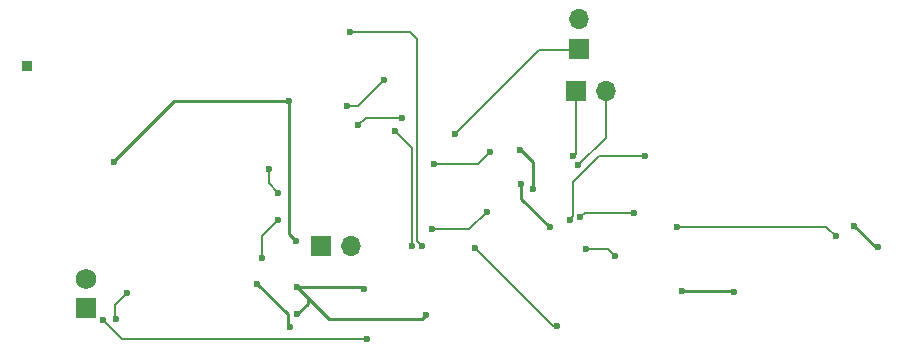
<source format=gbr>
G04 #@! TF.FileFunction,Copper,L2,Bot,Signal*
%FSLAX46Y46*%
G04 Gerber Fmt 4.6, Leading zero omitted, Abs format (unit mm)*
G04 Created by KiCad (PCBNEW 4.0.7) date 01/01/18 20:23:55*
%MOMM*%
%LPD*%
G01*
G04 APERTURE LIST*
%ADD10C,0.100000*%
%ADD11R,1.750000X1.750000*%
%ADD12C,1.750000*%
%ADD13R,1.700000X1.700000*%
%ADD14O,1.700000X1.700000*%
%ADD15R,0.850000X0.850000*%
%ADD16C,0.600000*%
%ADD17C,0.203200*%
%ADD18C,0.152400*%
%ADD19C,0.254000*%
G04 APERTURE END LIST*
D10*
D11*
X116300000Y-120200000D03*
D12*
X116300000Y-117700000D03*
D13*
X157800000Y-101800000D03*
D14*
X160340000Y-101800000D03*
D13*
X158100000Y-98200000D03*
D14*
X158100000Y-95660000D03*
D13*
X136200000Y-114900000D03*
D14*
X138740000Y-114900000D03*
D15*
X111300000Y-99700000D03*
D16*
X131200000Y-115900000D03*
X132600000Y-112700000D03*
X145600000Y-113500000D03*
X150300000Y-112000000D03*
X183400000Y-115000000D03*
X181400000Y-113200000D03*
X166800000Y-118700000D03*
X171200000Y-118800000D03*
X139900000Y-118600000D03*
X145100000Y-120800000D03*
X134200000Y-120700000D03*
X134200000Y-118400000D03*
X153100000Y-106800000D03*
X154200000Y-110100000D03*
X140100000Y-122800000D03*
X117800000Y-121200000D03*
X133600000Y-121800000D03*
X130800000Y-118100000D03*
X118700000Y-107800000D03*
X133500000Y-102600000D03*
X134100000Y-114500000D03*
X158700000Y-115200000D03*
X161100000Y-115800000D03*
X153200000Y-109700000D03*
X155600000Y-113300000D03*
X138400000Y-103100000D03*
X141600000Y-100900000D03*
X166400000Y-113300000D03*
X179800000Y-114100000D03*
X143100000Y-104100000D03*
X139400000Y-104700000D03*
X131800000Y-108400000D03*
X132600000Y-110400000D03*
X156200000Y-121700000D03*
X149300000Y-115100000D03*
X138700000Y-96800000D03*
X144800000Y-114900000D03*
X143900000Y-114900000D03*
X142500000Y-105200000D03*
X162700000Y-112100000D03*
X158200000Y-112500000D03*
X158000000Y-108100000D03*
X157600000Y-107300000D03*
X163700000Y-107300000D03*
X157300000Y-112700000D03*
X145800000Y-108000000D03*
X150500000Y-107000000D03*
X119800000Y-118900000D03*
X118900000Y-121100000D03*
X147600000Y-105400000D03*
D17*
X131200000Y-114100000D02*
X131200000Y-115900000D01*
X132600000Y-112700000D02*
X131200000Y-114100000D01*
X148800000Y-113500000D02*
X145600000Y-113500000D01*
X150300000Y-112000000D02*
X148800000Y-113500000D01*
D18*
X183200000Y-115000000D02*
X183400000Y-115000000D01*
D19*
X181400000Y-113200000D02*
X183200000Y-115000000D01*
X171100000Y-118700000D02*
X166800000Y-118700000D01*
X171200000Y-118800000D02*
X171100000Y-118700000D01*
X139700000Y-118400000D02*
X134200000Y-118400000D01*
X139900000Y-118600000D02*
X139700000Y-118400000D01*
X145100000Y-120800000D02*
X144800000Y-121100000D01*
X144800000Y-121100000D02*
X136900000Y-121100000D01*
X136900000Y-121100000D02*
X134200000Y-118400000D01*
D17*
X135100000Y-119300000D02*
X134200000Y-118400000D01*
D19*
X135100000Y-119800000D02*
X135100000Y-119300000D01*
X134200000Y-120700000D02*
X135100000Y-119800000D01*
D17*
X153200000Y-106800000D02*
X153100000Y-106800000D01*
D19*
X154200000Y-107800000D02*
X153200000Y-106800000D01*
X154200000Y-110100000D02*
X154200000Y-107800000D01*
D17*
X119400000Y-122800000D02*
X140100000Y-122800000D01*
X117800000Y-121200000D02*
X119400000Y-122800000D01*
X133400000Y-121600000D02*
X133600000Y-121800000D01*
D19*
X133400000Y-120700000D02*
X133400000Y-121600000D01*
X130800000Y-118100000D02*
X133400000Y-120700000D01*
X133500000Y-102600000D02*
X123800000Y-102600000D01*
X118700000Y-107700000D02*
X118700000Y-107800000D01*
X123800000Y-102600000D02*
X118700000Y-107700000D01*
X133500000Y-113900000D02*
X133500000Y-102600000D01*
X134100000Y-114500000D02*
X133500000Y-113900000D01*
D17*
X160500000Y-115200000D02*
X158700000Y-115200000D01*
X161100000Y-115800000D02*
X160500000Y-115200000D01*
X153200000Y-109700000D02*
X153200000Y-109700000D01*
D19*
X153200000Y-110900000D02*
X153200000Y-109700000D01*
X155600000Y-113300000D02*
X153200000Y-110900000D01*
D17*
X141600000Y-100900000D02*
X139400000Y-103100000D01*
X139400000Y-103100000D02*
X138400000Y-103100000D01*
X179000000Y-113300000D02*
X166400000Y-113300000D01*
X179800000Y-114100000D02*
X179000000Y-113300000D01*
X140000000Y-104100000D02*
X143100000Y-104100000D01*
X139400000Y-104700000D02*
X140000000Y-104100000D01*
X131800000Y-109600000D02*
X131800000Y-108400000D01*
X132600000Y-110400000D02*
X131800000Y-109600000D01*
X155900000Y-121700000D02*
X156200000Y-121700000D01*
X149300000Y-115100000D02*
X155900000Y-121700000D01*
X143800000Y-96800000D02*
X138700000Y-96800000D01*
X144400000Y-97400000D02*
X143800000Y-96800000D01*
X144400000Y-114500000D02*
X144400000Y-97400000D01*
X144800000Y-114900000D02*
X144400000Y-114500000D01*
X143900000Y-106600000D02*
X143900000Y-114900000D01*
X142500000Y-105200000D02*
X143900000Y-106600000D01*
X158600000Y-112100000D02*
X162700000Y-112100000D01*
D18*
X158200000Y-112500000D02*
X158600000Y-112100000D01*
D17*
X160340000Y-105760000D02*
X160340000Y-101800000D01*
X158000000Y-108100000D02*
X160340000Y-105760000D01*
X157800000Y-107100000D02*
X157800000Y-101800000D01*
X157600000Y-107300000D02*
X157800000Y-107100000D01*
X159800000Y-107300000D02*
X163700000Y-107300000D01*
X157600000Y-109500000D02*
X159800000Y-107300000D01*
X157600000Y-112400000D02*
X157600000Y-109500000D01*
D18*
X157300000Y-112700000D02*
X157600000Y-112400000D01*
D17*
X146224264Y-108000000D02*
X145800000Y-108000000D01*
X149500000Y-108000000D02*
X146224264Y-108000000D01*
X150500000Y-107000000D02*
X149500000Y-108000000D01*
X118800000Y-119900000D02*
X119800000Y-118900000D01*
X118800000Y-121000000D02*
X118800000Y-119900000D01*
X118900000Y-121100000D02*
X118800000Y-121000000D01*
X147600000Y-105400000D02*
X154700000Y-98300000D01*
X154700000Y-98300000D02*
X157900000Y-98300000D01*
M02*

</source>
